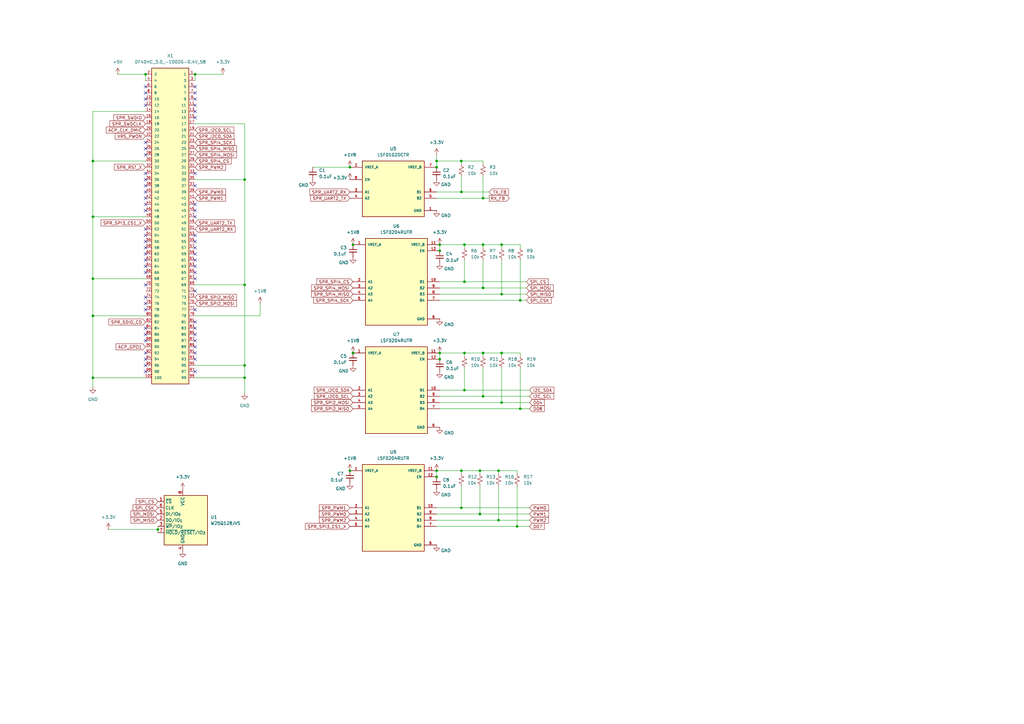
<source format=kicad_sch>
(kicad_sch (version 20250114) (generator "eeschema") (generator_version "9.0")
  (paper "A3")
  (lib_symbols
    (symbol "DF40HC_3.0_-100DS-0.4V_58:DF40HC_3.0_-100DS-0.4V_58" (pin_names (offset 1.016))
      (property "Reference" "X" (at -7.6228 63.523 0))
      (property "Value" "DF40HC_3.0_-100DS-0.4V_58" (at -7.6316 -68.6844 0))
      (symbol "DF40HC_3.0_-100DS-0.4V_58_0_0"
        (rectangle (start -7.62 -66.04) (end 7.62 63.5) (stroke (width 0.254)) (fill (type background)))
        (pin passive line (at -10.16 60.96 0) (length 2.54) (name "1") (number "1"))
        (pin passive line (at -10.16 58.42 0) (length 2.54) (name "3") (number "3"))
        (pin passive line (at -10.16 55.88 0) (length 2.54) (name "5") (number "5"))
        (pin passive line (at -10.16 53.34 0) (length 2.54) (name "7") (number "7"))
        (pin passive line (at -10.16 50.8 0) (length 2.54) (name "9") (number "9"))
        (pin passive line (at -10.16 48.26 0) (length 2.54) (name "11") (number "11"))
        (pin passive line (at -10.16 45.72 0) (length 2.54) (name "13") (number "13"))
        (pin passive line (at -10.16 43.18 0) (length 2.54) (name "15") (number "15"))
        (pin passive line (at -10.16 40.64 0) (length 2.54) (name "17") (number "17"))
        (pin passive line (at -10.16 38.1 0) (length 2.54) (name "19") (number "19"))
        (pin passive line (at -10.16 35.56 0) (length 2.54) (name "21") (number "21"))
        (pin passive line (at -10.16 33.02 0) (length 2.54) (name "23") (number "23"))
        (pin passive line (at -10.16 30.48 0) (length 2.54) (name "25") (number "25"))
        (pin passive line (at -10.16 27.94 0) (length 2.54) (name "27") (number "27"))
        (pin passive line (at -10.16 25.4 0) (length 2.54) (name "29") (number "29"))
        (pin passive line (at -10.16 22.86 0) (length 2.54) (name "31") (number "31"))
        (pin passive line (at -10.16 20.32 0) (length 2.54) (name "33") (number "33"))
        (pin passive line (at -10.16 17.78 0) (length 2.54) (name "35") (number "35"))
        (pin passive line (at -10.16 15.24 0) (length 2.54) (name "37") (number "37"))
        (pin passive line (at -10.16 12.7 0) (length 2.54) (name "39") (number "39"))
        (pin passive line (at -10.16 10.16 0) (length 2.54) (name "41") (number "41"))
        (pin passive line (at -10.16 7.62 0) (length 2.54) (name "43") (number "43"))
        (pin passive line (at -10.16 5.08 0) (length 2.54) (name "45") (number "45"))
        (pin passive line (at -10.16 2.54 0) (length 2.54) (name "47") (number "47"))
        (pin passive line (at -10.16 0 0) (length 2.54) (name "49") (number "49"))
        (pin passive line (at -10.16 -2.54 0) (length 2.54) (name "51") (number "51"))
        (pin passive line (at -10.16 -5.08 0) (length 2.54) (name "53") (number "53"))
        (pin passive line (at -10.16 -7.62 0) (length 2.54) (name "55") (number "55"))
        (pin passive line (at -10.16 -10.16 0) (length 2.54) (name "57") (number "57"))
        (pin passive line (at -10.16 -12.7 0) (length 2.54) (name "59") (number "59"))
        (pin passive line (at -10.16 -15.24 0) (length 2.54) (name "61") (number "61"))
        (pin passive line (at -10.16 -17.78 0) (length 2.54) (name "63") (number "63"))
        (pin passive line (at -10.16 -20.32 0) (length 2.54) (name "65") (number "65"))
        (pin passive line (at -10.16 -22.86 0) (length 2.54) (name "67") (number "67"))
        (pin passive line (at -10.16 -25.4 0) (length 2.54) (name "69") (number "69"))
        (pin passive line (at -10.16 -27.94 0) (length 2.54) (name "71") (number "71"))
        (pin passive line (at -10.16 -30.48 0) (length 2.54) (name "73") (number "73"))
        (pin passive line (at -10.16 -33.02 0) (length 2.54) (name "75") (number "75"))
        (pin passive line (at -10.16 -35.56 0) (length 2.54) (name "77") (number "77"))
        (pin passive line (at -10.16 -38.1 0) (length 2.54) (name "79") (number "79"))
        (pin passive line (at -10.16 -40.64 0) (length 2.54) (name "81") (number "81"))
        (pin passive line (at -10.16 -43.18 0) (length 2.54) (name "83") (number "83"))
        (pin passive line (at -10.16 -45.72 0) (length 2.54) (name "85") (number "85"))
        (pin passive line (at -10.16 -48.26 0) (length 2.54) (name "87") (number "87"))
        (pin passive line (at -10.16 -50.8 0) (length 2.54) (name "89") (number "89"))
        (pin passive line (at -10.16 -53.34 0) (length 2.54) (name "91") (number "91"))
        (pin passive line (at -10.16 -55.88 0) (length 2.54) (name "93") (number "93"))
        (pin passive line (at -10.16 -58.42 0) (length 2.54) (name "95") (number "95"))
        (pin passive line (at -10.16 -60.96 0) (length 2.54) (name "97") (number "97"))
        (pin passive line (at -10.16 -63.5 0) (length 2.54) (name "99") (number "99"))
        (pin passive line (at 10.16 60.96 180) (length 2.54) (name "2") (number "2"))
        (pin passive line (at 10.16 58.42 180) (length 2.54) (name "4") (number "4"))
        (pin passive line (at 10.16 55.88 180) (length 2.54) (name "6") (number "6"))
        (pin passive line (at 10.16 53.34 180) (length 2.54) (name "8") (number "8"))
        (pin passive line (at 10.16 50.8 180) (length 2.54) (name "10") (number "10"))
        (pin passive line (at 10.16 48.26 180) (length 2.54) (name "12") (number "12"))
        (pin passive line (at 10.16 45.72 180) (length 2.54) (name "14") (number "14"))
        (pin passive line (at 10.16 43.18 180) (length 2.54) (name "16") (number "16"))
        (pin passive line (at 10.16 40.64 180) (length 2.54) (name "18") (number "18"))
        (pin passive line (at 10.16 38.1 180) (length 2.54) (name "20") (number "20"))
        (pin passive line (at 10.16 35.56 180) (length 2.54) (name "22") (number "22"))
        (pin passive line (at 10.16 33.02 180) (length 2.54) (name "24") (number "24"))
        (pin passive line (at 10.16 30.48 180) (length 2.54) (name "26") (number "26"))
        (pin passive line (at 10.16 27.94 180) (length 2.54) (name "28") (number "28"))
        (pin passive line (at 10.16 25.4 180) (length 2.54) (name "30") (number "30"))
        (pin passive line (at 10.16 22.86 180) (length 2.54) (name "32") (number "32"))
        (pin passive line (at 10.16 20.32 180) (length 2.54) (name "34") (number "34"))
        (pin passive line (at 10.16 17.78 180) (length 2.54) (name "36") (number "36"))
        (pin passive line (at 10.16 15.24 180) (length 2.54) (name "38") (number "38"))
        (pin passive line (at 10.16 12.7 180) (length 2.54) (name "40") (number "40"))
        (pin passive line (at 10.16 10.16 180) (length 2.54) (name "42") (number "42"))
        (pin passive line (at 10.16 7.62 180) (length 2.54) (name "44") (number "44"))
        (pin passive line (at 10.16 5.08 180) (length 2.54) (name "46") (number "46"))
        (pin passive line (at 10.16 2.54 180) (length 2.54) (name "48") (number "48"))
        (pin passive line (at 10.16 0 180) (length 2.54) (name "50") (number "50"))
        (pin passive line (at 10.16 -2.54 180) (length 2.54) (name "52") (number "52"))
        (pin passive line (at 10.16 -5.08 180) (length 2.54) (name "54") (number "54"))
        (pin passive line (at 10.16 -7.62 180) (length 2.54) (name "56") (number "56"))
        (pin passive line (at 10.16 -10.16 180) (length 2.54) (name "58") (number "58"))
        (pin passive line (at 10.16 -12.7 180) (length 2.54) (name "60") (number "60"))
        (pin passive line (at 10.16 -15.24 180) (length 2.54) (name "62") (number "62"))
        (pin passive line (at 10.16 -17.78 180) (length 2.54) (name "64") (number "64"))
        (pin passive line (at 10.16 -20.32 180) (length 2.54) (name "66") (number "66"))
        (pin passive line (at 10.16 -22.86 180) (length 2.54) (name "68") (number "68"))
        (pin passive line (at 10.16 -25.4 180) (length 2.54) (name "70") (number "70"))
        (pin passive line (at 10.16 -27.94 180) (length 2.54) (name "72") (number "72"))
        (pin passive line (at 10.16 -30.48 180) (length 2.54) (name "74") (number "74"))
        (pin passive line (at 10.16 -33.02 180) (length 2.54) (name "76") (number "76"))
        (pin passive line (at 10.16 -35.56 180) (length 2.54) (name "78") (number "78"))
        (pin passive line (at 10.16 -38.1 180) (length 2.54) (name "80") (number "80"))
        (pin passive line (at 10.16 -40.64 180) (length 2.54) (name "82") (number "82"))
        (pin passive line (at 10.16 -43.18 180) (length 2.54) (name "84") (number "84"))
        (pin passive line (at 10.16 -45.72 180) (length 2.54) (name "86") (number "86"))
        (pin passive line (at 10.16 -48.26 180) (length 2.54) (name "88") (number "88"))
        (pin passive line (at 10.16 -50.8 180) (length 2.54) (name "90") (number "90"))
        (pin passive line (at 10.16 -53.34 180) (length 2.54) (name "92") (number "92"))
        (pin passive line (at 10.16 -55.88 180) (length 2.54) (name "94") (number "94"))
        (pin passive line (at 10.16 -58.42 180) (length 2.54) (name "96") (number "96"))
        (pin passive line (at 10.16 -60.96 180) (length 2.54) (name "98") (number "98"))
        (pin passive line (at 10.16 -63.5 180) (length 2.54) (name "100") (number "100"))
      )
    )
    (symbol "Device:C_Small" (pin_numbers (hide yes)) (pin_names (offset 0.254) (hide yes))
      (property "Reference" "C" (at 0.254 1.778 0))
      (property "Value" "C_Small" (at 0.254 -2.032 0))
      (symbol "C_Small_0_1"
        (polyline (pts (xy -1.524 0.508) (xy 1.524 0.508)) (stroke (width 0.3048)))
        (polyline (pts (xy -1.524 -0.508) (xy 1.524 -0.508)) (stroke (width 0.3302)))
      )
      (symbol "C_Small_1_1"
        (pin passive line (at 0 2.54 270) (length 2.032) (name "~") (number "1"))
        (pin passive line (at 0 -2.54 90) (length 2.032) (name "~") (number "2"))
      )
    )
    (symbol "Device:R_Small_US" (pin_numbers (hide yes)) (pin_names (offset 0.254) (hide yes))
      (property "Reference" "R" (at 0.762 0.508 0))
      (property "Value" "R_Small_US" (at 0.762 -1.016 0))
      (symbol "R_Small_US_1_1"
        (polyline (pts (xy 0 1.524) (xy 1.016 1.143) (xy 0 0.762) (xy -1.016 0.381) (xy 0 0)))
        (polyline (pts (xy 0 0) (xy 1.016 -0.381) (xy 0 -0.762) (xy -1.016 -1.143) (xy 0 -1.524)))
        (pin passive line (at 0 2.54 270) (length 1.016) (name "~") (number "1"))
        (pin passive line (at 0 -2.54 90) (length 1.016) (name "~") (number "2"))
      )
    )
    (symbol "LSF0102DCTR:LSF0102DCTR" (pin_names (offset 1.016))
      (property "Reference" "U" (at -12.7 13.97 0))
      (property "Value" "LSF0102DCTR" (at -12.7 -11.43 0))
      (symbol "LSF0102DCTR_0_0"
        (rectangle (start -12.7 -10.16) (end 12.7 12.7) (stroke (width 0.254)) (fill (type background)))
        (pin power_in line (at -17.78 10.16 0) (length 5.08) (name "VREF_A") (number "2"))
        (pin input line (at -17.78 5.08 0) (length 5.08) (name "EN") (number "8"))
        (pin bidirectional line (at -17.78 0 0) (length 5.08) (name "A1") (number "3"))
        (pin bidirectional line (at -17.78 -2.54 0) (length 5.08) (name "A2") (number "4"))
        (pin power_in line (at 17.78 10.16 180) (length 5.08) (name "VREF_B") (number "7"))
        (pin bidirectional line (at 17.78 0 180) (length 5.08) (name "B1") (number "6"))
        (pin bidirectional line (at 17.78 -2.54 180) (length 5.08) (name "B2") (number "5"))
        (pin power_in line (at 17.78 -7.62 180) (length 5.08) (name "GND") (number "1"))
      )
    )
    (symbol "LSF0204RUTR:LSF0204RUTR" (pin_names (offset 1.016))
      (property "Reference" "U" (at -12.7 18.542 0))
      (property "Value" "LSF0204RUTR" (at -12.7 -20.32 0))
      (symbol "LSF0204RUTR_0_0"
        (rectangle (start -12.7 -17.78) (end 12.7 17.78) (stroke (width 0.254)) (fill (type background)))
        (pin power_in line (at -17.78 15.24 0) (length 5.08) (name "VREF_A") (number "1"))
        (pin bidirectional line (at -17.78 0 0) (length 5.08) (name "A1") (number "2"))
        (pin bidirectional line (at -17.78 -2.54 0) (length 5.08) (name "A2") (number "3"))
        (pin bidirectional line (at -17.78 -5.08 0) (length 5.08) (name "A3") (number "4"))
        (pin bidirectional line (at -17.78 -7.62 0) (length 5.08) (name "A4") (number "5"))
        (pin power_in line (at 17.78 15.24 180) (length 5.08) (name "VREF_B") (number "11"))
        (pin input line (at 17.78 12.7 180) (length 5.08) (name "EN") (number "12"))
        (pin bidirectional line (at 17.78 0 180) (length 5.08) (name "B1") (number "10"))
        (pin bidirectional line (at 17.78 -2.54 180) (length 5.08) (name "B2") (number "9"))
        (pin bidirectional line (at 17.78 -5.08 180) (length 5.08) (name "B3") (number "8"))
        (pin bidirectional line (at 17.78 -7.62 180) (length 5.08) (name "B4") (number "7"))
        (pin power_in line (at 17.78 -15.24 180) (length 5.08) (name "GND") (number "6"))
      )
    )
    (symbol "Memory_Flash:W25Q128JVS"
      (property "Reference" "U" (at -6.35 11.43 0))
      (property "Value" "W25Q128JVS" (at 7.62 11.43 0))
      (symbol "W25Q128JVS_0_1"
        (rectangle (start -7.62 10.16) (end 10.16 -10.16) (stroke (width 0.254)) (fill (type background)))
      )
      (symbol "W25Q128JVS_1_1"
        (pin input line (at -10.16 7.62 0) (length 2.54) (name "~{CS}") (number "1"))
        (pin input line (at -10.16 5.08 0) (length 2.54) (name "CLK") (number "6"))
        (pin bidirectional line (at -10.16 2.54 0) (length 2.54) (name "DI/IO_{0}") (number "5"))
        (pin bidirectional line (at -10.16 0 0) (length 2.54) (name "DO/IO_{1}") (number "2"))
        (pin bidirectional line (at -10.16 -2.54 0) (length 2.54) (name "~{WP}/IO_{2}") (number "3"))
        (pin bidirectional line (at -10.16 -5.08 0) (length 2.54) (name "~{HOLD}/~{RESET}/IO_{3}") (number "7"))
        (pin power_in line (at 0 12.7 270) (length 2.54) (name "VCC") (number "8"))
        (pin power_in line (at 0 -12.7 90) (length 2.54) (name "GND") (number "4"))
      )
    )
    (symbol "power:+1V8" (power) (pin_numbers (hide yes)) (pin_names (offset 0) (hide yes))
      (property "Value" "+1V8" (at 0 3.556 0))
      (symbol "+1V8_0_1"
        (polyline (pts (xy -0.762 1.27) (xy 0 2.54)))
        (polyline (pts (xy 0 2.54) (xy 0.762 1.27)))
        (polyline (pts (xy 0 0) (xy 0 2.54)))
      )
      (symbol "+1V8_1_1"
        (pin power_in line (at 0 0 90) (length 0) (name "~") (number "1"))
      )
    )
    (symbol "power:+3.3V" (power) (pin_numbers (hide yes)) (pin_names (offset 0) (hide yes))
      (property "Value" "+3.3V" (at 0 3.556 0))
      (symbol "+3.3V_0_1"
        (polyline (pts (xy -0.762 1.27) (xy 0 2.54)))
        (polyline (pts (xy 0 2.54) (xy 0.762 1.27)))
        (polyline (pts (xy 0 0) (xy 0 2.54)))
      )
      (symbol "+3.3V_1_1"
        (pin power_in line (at 0 0 90) (length 0) (name "~") (number "1"))
      )
    )
    (symbol "power:+5V" (power) (pin_numbers (hide yes)) (pin_names (offset 0) (hide yes))
      (property "Value" "+5V" (at 0 3.556 0))
      (symbol "+5V_0_1"
        (polyline (pts (xy -0.762 1.27) (xy 0 2.54)))
        (polyline (pts (xy 0 2.54) (xy 0.762 1.27)))
        (polyline (pts (xy 0 0) (xy 0 2.54)))
      )
      (symbol "+5V_1_1"
        (pin power_in line (at 0 0 90) (length 0) (name "~") (number "1"))
      )
    )
    (symbol "power:GND" (power) (pin_numbers (hide yes)) (pin_names (offset 0) (hide yes))
      (property "Value" "GND" (at 0 -3.81 0))
      (symbol "GND_0_1"
        (polyline (pts (xy 0 0) (xy 0 -1.27) (xy 1.27 -1.27) (xy 0 -2.54) (xy -1.27 -1.27) (xy 0 -1.27)))
      )
      (symbol "GND_1_1"
        (pin power_in line (at 0 0 270) (length 0) (name "~") (number "1"))
      )
    )
  )
  (junction (at 196.85 210.82))
  (junction (at 180.34 147.32))
  (junction (at 190.5 144.78))
  (junction (at 144.78 144.78))
  (junction (at 179.07 195.58))
  (junction (at 198.12 100.33))
  (junction (at 190.5 100.33))
  (junction (at 189.23 66.04))
  (junction (at 204.47 213.36))
  (junction (at 64.77 217.17))
  (junction (at 143.51 68.58))
  (junction (at 38.1 129.54))
  (junction (at 212.09 215.9))
  (junction (at 190.5 160.02))
  (junction (at 198.12 81.28))
  (junction (at 198.12 144.78))
  (junction (at 189.23 193.04))
  (junction (at 100.33 73.66))
  (junction (at 38.1 114.3))
  (junction (at 213.36 167.64))
  (junction (at 180.34 100.33))
  (junction (at 179.07 193.04))
  (junction (at 213.36 123.19))
  (junction (at 205.74 144.78))
  (junction (at 143.51 193.04))
  (junction (at 179.07 68.58))
  (junction (at 198.12 162.56))
  (junction (at 179.07 66.04))
  (junction (at 196.85 193.04))
  (junction (at 38.1 66.04))
  (junction (at 100.33 116.84))
  (junction (at 204.47 193.04))
  (junction (at 59.69 30.48))
  (junction (at 198.12 118.11))
  (junction (at 100.33 154.94))
  (junction (at 205.74 165.1))
  (junction (at 38.1 88.9))
  (junction (at 80.01 30.48))
  (junction (at 180.34 144.78))
  (junction (at 190.5 115.57))
  (junction (at 100.33 149.86))
  (junction (at 205.74 100.33))
  (junction (at 144.78 100.33))
  (junction (at 180.34 102.87))
  (junction (at 205.74 120.65))
  (junction (at 189.23 208.28))
  (junction (at 189.23 78.74))
  (junction (at 38.1 154.94))
  (no_connect (at 59.69 40.64))
  (no_connect (at 80.01 142.24))
  (no_connect (at 59.69 81.28))
  (no_connect (at 59.69 149.86))
  (no_connect (at 59.69 144.78))
  (no_connect (at 59.69 101.6))
  (no_connect (at 59.69 83.82))
  (no_connect (at 59.69 134.62))
  (no_connect (at 80.01 88.9))
  (no_connect (at 80.01 45.72))
  (no_connect (at 59.69 124.46))
  (no_connect (at 80.01 152.4))
  (no_connect (at 59.69 78.74))
  (no_connect (at 59.69 63.5))
  (no_connect (at 59.69 99.06))
  (no_connect (at 59.69 76.2))
  (no_connect (at 80.01 86.36))
  (no_connect (at 59.69 96.52))
  (no_connect (at 80.01 35.56))
  (no_connect (at 80.01 137.16))
  (no_connect (at 59.69 104.14))
  (no_connect (at 59.69 116.84))
  (no_connect (at 80.01 99.06))
  (no_connect (at 80.01 71.12))
  (no_connect (at 80.01 139.7))
  (no_connect (at 80.01 101.6))
  (no_connect (at 80.01 109.22))
  (no_connect (at 59.69 109.22))
  (no_connect (at 80.01 96.52))
  (no_connect (at 80.01 40.64))
  (no_connect (at 80.01 83.82))
  (no_connect (at 59.69 93.98))
  (no_connect (at 80.01 106.68))
  (no_connect (at 80.01 132.08))
  (no_connect (at 80.01 134.62))
  (no_connect (at 59.69 139.7))
  (no_connect (at 59.69 111.76))
  (no_connect (at 80.01 127))
  (no_connect (at 59.69 147.32))
  (no_connect (at 59.69 106.68))
  (no_connect (at 59.69 58.42))
  (no_connect (at 80.01 144.78))
  (no_connect (at 80.01 111.76))
  (no_connect (at 59.69 73.66))
  (no_connect (at 59.69 137.16))
  (no_connect (at 59.69 60.96))
  (no_connect (at 59.69 71.12))
  (no_connect (at 80.01 43.18))
  (no_connect (at 80.01 114.3))
  (no_connect (at 59.69 121.92))
  (no_connect (at 80.01 147.32))
  (no_connect (at 59.69 43.18))
  (no_connect (at 80.01 48.26))
  (no_connect (at 80.01 38.1))
  (no_connect (at 80.01 76.2))
  (no_connect (at 80.01 119.38))
  (no_connect (at 59.69 152.4))
  (no_connect (at 80.01 104.14))
  (no_connect (at 59.69 35.56))
  (no_connect (at 59.69 127))
  (no_connect (at 59.69 86.36))
  (no_connect (at 59.69 38.1))
  (wire (pts (xy 38.1 114.3) (xy 59.69 114.3)))
  (wire (pts (xy 204.47 194.31) (xy 204.47 193.04)))
  (wire (pts (xy 180.34 167.64) (xy 213.36 167.64)))
  (wire (pts (xy 215.9 118.11) (xy 198.12 118.11)))
  (wire (pts (xy 100.33 161.29) (xy 100.33 154.94)))
  (wire (pts (xy 198.12 72.39) (xy 198.12 81.28)))
  (wire (pts (xy 189.23 78.74) (xy 200.66 78.74)))
  (wire (pts (xy 200.66 81.28) (xy 198.12 81.28)))
  (wire (pts (xy 198.12 81.28) (xy 179.07 81.28)))
  (wire (pts (xy 213.36 167.64) (xy 217.17 167.64)))
  (wire (pts (xy 213.36 144.78) (xy 213.36 146.05)))
  (wire (pts (xy 180.34 165.1) (xy 205.74 165.1)))
  (wire (pts (xy 106.68 124.46) (xy 106.68 129.54)))
  (wire (pts (xy 215.9 115.57) (xy 190.5 115.57)))
  (wire (pts (xy 213.36 151.13) (xy 213.36 167.64)))
  (wire (pts (xy 198.12 144.78) (xy 205.74 144.78)))
  (wire (pts (xy 198.12 151.13) (xy 198.12 162.56)))
  (wire (pts (xy 189.23 66.04) (xy 198.12 66.04)))
  (wire (pts (xy 179.07 193.04) (xy 179.07 195.58)))
  (wire (pts (xy 179.07 63.5) (xy 179.07 66.04)))
  (wire (pts (xy 80.01 73.66) (xy 100.33 73.66)))
  (wire (pts (xy 196.85 193.04) (xy 196.85 194.31)))
  (wire (pts (xy 205.74 144.78) (xy 205.74 146.05)))
  (wire (pts (xy 217.17 160.02) (xy 190.5 160.02)))
  (wire (pts (xy 190.5 151.13) (xy 190.5 160.02)))
  (wire (pts (xy 180.34 100.33) (xy 180.34 102.87)))
  (wire (pts (xy 198.12 144.78) (xy 198.12 146.05)))
  (wire (pts (xy 180.34 144.78) (xy 180.34 147.32)))
  (wire (pts (xy 204.47 213.36) (xy 217.17 213.36)))
  (wire (pts (xy 38.1 129.54) (xy 59.69 129.54)))
  (wire (pts (xy 198.12 100.33) (xy 198.12 101.6)))
  (wire (pts (xy 179.07 66.04) (xy 179.07 68.58)))
  (wire (pts (xy 196.85 210.82) (xy 179.07 210.82)))
  (wire (pts (xy 189.23 78.74) (xy 179.07 78.74)))
  (wire (pts (xy 38.1 158.75) (xy 38.1 154.94)))
  (wire (pts (xy 100.33 50.8) (xy 80.01 50.8)))
  (wire (pts (xy 48.26 30.48) (xy 59.69 30.48)))
  (wire (pts (xy 190.5 144.78) (xy 190.5 146.05)))
  (wire (pts (xy 205.74 106.68) (xy 205.74 120.65)))
  (wire (pts (xy 189.23 208.28) (xy 179.07 208.28)))
  (wire (pts (xy 212.09 215.9) (xy 217.17 215.9)))
  (wire (pts (xy 38.1 88.9) (xy 59.69 88.9)))
  (wire (pts (xy 213.36 106.68) (xy 213.36 123.19)))
  (wire (pts (xy 212.09 199.39) (xy 212.09 215.9)))
  (wire (pts (xy 38.1 45.72) (xy 59.69 45.72)))
  (wire (pts (xy 179.07 215.9) (xy 212.09 215.9)))
  (wire (pts (xy 38.1 154.94) (xy 59.69 154.94)))
  (wire (pts (xy 189.23 66.04) (xy 189.23 67.31)))
  (wire (pts (xy 100.33 73.66) (xy 100.33 50.8)))
  (wire (pts (xy 64.77 217.17) (xy 64.77 215.9)))
  (wire (pts (xy 38.1 66.04) (xy 59.69 66.04)))
  (wire (pts (xy 204.47 193.04) (xy 212.09 193.04)))
  (wire (pts (xy 217.17 162.56) (xy 198.12 162.56)))
  (wire (pts (xy 205.74 100.33) (xy 213.36 100.33)))
  (wire (pts (xy 196.85 210.82) (xy 217.17 210.82)))
  (wire (pts (xy 38.1 154.94) (xy 38.1 129.54)))
  (wire (pts (xy 190.5 106.68) (xy 190.5 115.57)))
  (wire (pts (xy 38.1 129.54) (xy 38.1 114.3)))
  (wire (pts (xy 180.34 100.33) (xy 190.5 100.33)))
  (wire (pts (xy 189.23 72.39) (xy 189.23 78.74)))
  (wire (pts (xy 189.23 208.28) (xy 217.17 208.28)))
  (wire (pts (xy 38.1 88.9) (xy 38.1 66.04)))
  (wire (pts (xy 44.45 217.17) (xy 64.77 217.17)))
  (wire (pts (xy 190.5 160.02) (xy 180.34 160.02)))
  (wire (pts (xy 190.5 100.33) (xy 198.12 100.33)))
  (wire (pts (xy 205.74 151.13) (xy 205.74 165.1)))
  (wire (pts (xy 64.77 217.17) (xy 64.77 218.44)))
  (wire (pts (xy 198.12 100.33) (xy 205.74 100.33)))
  (wire (pts (xy 80.01 129.54) (xy 106.68 129.54)))
  (wire (pts (xy 215.9 120.65) (xy 205.74 120.65)))
  (wire (pts (xy 80.01 149.86) (xy 100.33 149.86)))
  (wire (pts (xy 213.36 100.33) (xy 213.36 101.6)))
  (wire (pts (xy 179.07 66.04) (xy 189.23 66.04)))
  (wire (pts (xy 180.34 144.78) (xy 190.5 144.78)))
  (wire (pts (xy 189.23 193.04) (xy 196.85 193.04)))
  (wire (pts (xy 80.01 154.94) (xy 100.33 154.94)))
  (wire (pts (xy 100.33 149.86) (xy 100.33 116.84)))
  (wire (pts (xy 80.01 30.48) (xy 91.44 30.48)))
  (wire (pts (xy 198.12 66.04) (xy 198.12 67.31)))
  (wire (pts (xy 198.12 118.11) (xy 180.34 118.11)))
  (wire (pts (xy 100.33 154.94) (xy 100.33 149.86)))
  (wire (pts (xy 196.85 193.04) (xy 204.47 193.04)))
  (wire (pts (xy 189.23 193.04) (xy 189.23 194.31)))
  (wire (pts (xy 205.74 120.65) (xy 180.34 120.65)))
  (wire (pts (xy 213.36 123.19) (xy 180.34 123.19)))
  (wire (pts (xy 205.74 165.1) (xy 217.17 165.1)))
  (wire (pts (xy 80.01 30.48) (xy 80.01 33.02)))
  (wire (pts (xy 38.1 66.04) (xy 38.1 45.72)))
  (wire (pts (xy 205.74 144.78) (xy 213.36 144.78)))
  (wire (pts (xy 100.33 116.84) (xy 100.33 73.66)))
  (wire (pts (xy 179.07 193.04) (xy 189.23 193.04)))
  (wire (pts (xy 189.23 199.39) (xy 189.23 208.28)))
  (wire (pts (xy 59.69 30.48) (xy 59.69 33.02)))
  (wire (pts (xy 80.01 116.84) (xy 100.33 116.84)))
  (wire (pts (xy 190.5 144.78) (xy 198.12 144.78)))
  (wire (pts (xy 179.07 213.36) (xy 204.47 213.36)))
  (wire (pts (xy 190.5 115.57) (xy 180.34 115.57)))
  (wire (pts (xy 128.27 68.58) (xy 143.51 68.58)))
  (wire (pts (xy 212.09 193.04) (xy 212.09 194.31)))
  (wire (pts (xy 198.12 106.68) (xy 198.12 118.11)))
  (wire (pts (xy 205.74 100.33) (xy 205.74 101.6)))
  (wire (pts (xy 215.9 123.19) (xy 213.36 123.19)))
  (wire (pts (xy 204.47 199.39) (xy 204.47 213.36)))
  (wire (pts (xy 198.12 162.56) (xy 180.34 162.56)))
  (wire (pts (xy 196.85 199.39) (xy 196.85 210.82)))
  (wire (pts (xy 38.1 114.3) (xy 38.1 88.9)))
  (wire (pts (xy 190.5 100.33) (xy 190.5 101.6)))
  (global_label "SPR_I2C0_SDA" (shape input) (at 80.01 55.88 0) (property "Intersheetrefs" "${INTERSHEET_REFS}" (effects (hide yes))))
  (global_label "SPR_SPI2_MISO" (shape input) (at 80.01 121.92 0) (property "Intersheetrefs" "${INTERSHEET_REFS}" (effects (hide yes))))
  (global_label "SPI_CSK" (shape input) (at 215.9 123.19 0) (property "Intersheetrefs" "${INTERSHEET_REFS}" (effects (hide yes))))
  (global_label "SPR_UART2_TX" (shape input) (at 80.01 91.44 0) (property "Intersheetrefs" "${INTERSHEET_REFS}" (effects (hide yes))))
  (global_label "SPI_MISO" (shape input) (at 215.9 120.65 0) (property "Intersheetrefs" "${INTERSHEET_REFS}" (effects (hide yes))))
  (global_label "SPI_MISO" (shape input) (at 64.77 213.36 180) (property "Intersheetrefs" "${INTERSHEET_REFS}" (effects (hide yes))))
  (global_label "D04" (shape input) (at 217.17 165.1 0) (property "Intersheetrefs" "${INTERSHEET_REFS}" (effects (hide yes))))
  (global_label "SPR_SWDCLK" (shape input) (at 59.69 50.8 180) (property "Intersheetrefs" "${INTERSHEET_REFS}" (effects (hide yes))))
  (global_label "SPR_SPI2_MISO" (shape input) (at 144.78 167.64 180) (property "Intersheetrefs" "${INTERSHEET_REFS}" (effects (hide yes))))
  (global_label "SPI_CS" (shape input) (at 64.77 205.74 180) (property "Intersheetrefs" "${INTERSHEET_REFS}" (effects (hide yes))))
  (global_label "SPR_SPI4_MOSI" (shape input) (at 144.78 118.11 180) (property "Intersheetrefs" "${INTERSHEET_REFS}" (effects (hide yes))))
  (global_label "RX_FB" (shape output) (at 200.66 81.28 0) (property "Intersheetrefs" "${INTERSHEET_REFS}" (effects (hide yes))))
  (global_label "SPR_SPI2_MOSI" (shape input) (at 80.01 124.46 0) (property "Intersheetrefs" "${INTERSHEET_REFS}" (effects (hide yes))))
  (global_label "SPI_CS" (shape input) (at 215.9 115.57 0) (property "Intersheetrefs" "${INTERSHEET_REFS}" (effects (hide yes))))
  (global_label "SPR_I2C0_SDA" (shape input) (at 144.78 160.02 180) (property "Intersheetrefs" "${INTERSHEET_REFS}" (effects (hide yes))))
  (global_label "SPR_SDIO_CD" (shape input) (at 59.69 132.08 180) (property "Intersheetrefs" "${INTERSHEET_REFS}" (effects (hide yes))))
  (global_label "I2C_SCL" (shape input) (at 217.17 162.56 0) (property "Intersheetrefs" "${INTERSHEET_REFS}" (effects (hide yes))))
  (global_label "D07" (shape input) (at 217.17 215.9 0) (property "Intersheetrefs" "${INTERSHEET_REFS}" (effects (hide yes))))
  (global_label "ACP_GPO1" (shape input) (at 59.69 142.24 180) (property "Intersheetrefs" "${INTERSHEET_REFS}" (effects (hide yes))))
  (global_label "SPR_SPI4_MOSI" (shape input) (at 80.01 63.5 0) (property "Intersheetrefs" "${INTERSHEET_REFS}" (effects (hide yes))))
  (global_label "SPR_SPI3_CS1_X" (shape input) (at 59.69 91.44 180) (property "Intersheetrefs" "${INTERSHEET_REFS}" (effects (hide yes))))
  (global_label "SPI_CSK" (shape input) (at 64.77 208.28 180) (property "Intersheetrefs" "${INTERSHEET_REFS}" (effects (hide yes))))
  (global_label "SPR_UART2_TX" (shape input) (at 143.51 81.28 180) (property "Intersheetrefs" "${INTERSHEET_REFS}" (effects (hide yes))))
  (global_label "SPI_MOSI" (shape input) (at 64.77 210.82 180) (property "Intersheetrefs" "${INTERSHEET_REFS}" (effects (hide yes))))
  (global_label "SPR_PWM1" (shape input) (at 80.01 81.28 0) (property "Intersheetrefs" "${INTERSHEET_REFS}" (effects (hide yes))))
  (global_label "SPR_I2C0_SCL" (shape input) (at 80.01 53.34 0) (property "Intersheetrefs" "${INTERSHEET_REFS}" (effects (hide yes))))
  (global_label "PWM2" (shape input) (at 217.17 213.36 0) (property "Intersheetrefs" "${INTERSHEET_REFS}" (effects (hide yes))))
  (global_label "PWM1" (shape input) (at 217.17 210.82 0) (property "Intersheetrefs" "${INTERSHEET_REFS}" (effects (hide yes))))
  (global_label "SPR_SPI3_CS1_X" (shape input) (at 143.51 215.9 180) (property "Intersheetrefs" "${INTERSHEET_REFS}" (effects (hide yes))))
  (global_label "SPR_SPI4_CS" (shape input) (at 144.78 115.57 180) (property "Intersheetrefs" "${INTERSHEET_REFS}" (effects (hide yes))))
  (global_label "SPR_SWDIO" (shape input) (at 59.69 48.26 180) (property "Intersheetrefs" "${INTERSHEET_REFS}" (effects (hide yes))))
  (global_label "SPR_UART2_RX" (shape input) (at 80.01 93.98 0) (property "Intersheetrefs" "${INTERSHEET_REFS}" (effects (hide yes))))
  (global_label "XRS_PWON" (shape input) (at 59.69 55.88 180) (property "Intersheetrefs" "${INTERSHEET_REFS}" (effects (hide yes))))
  (global_label "SPR_SPI4_MISO" (shape input) (at 144.78 120.65 180) (property "Intersheetrefs" "${INTERSHEET_REFS}" (effects (hide yes))))
  (global_label "SPR_SPI4_SCK" (shape input) (at 80.01 58.42 0) (property "Intersheetrefs" "${INTERSHEET_REFS}" (effects (hide yes))))
  (global_label "SPI_MOSI" (shape input) (at 215.9 118.11 0) (property "Intersheetrefs" "${INTERSHEET_REFS}" (effects (hide yes))))
  (global_label "SPR_SPI4_MISO" (shape input) (at 80.01 60.96 0) (property "Intersheetrefs" "${INTERSHEET_REFS}" (effects (hide yes))))
  (global_label "SPR_RST_X" (shape input) (at 59.69 68.58 180) (property "Intersheetrefs" "${INTERSHEET_REFS}" (effects (hide yes))))
  (global_label "SPR_SPI2_MOSI" (shape input) (at 144.78 165.1 180) (property "Intersheetrefs" "${INTERSHEET_REFS}" (effects (hide yes))))
  (global_label "SPR_PWM0" (shape input) (at 80.01 78.74 0) (property "Intersheetrefs" "${INTERSHEET_REFS}" (effects (hide yes))))
  (global_label "SPR_SPI4_SCK" (shape input) (at 144.78 123.19 180) (property "Intersheetrefs" "${INTERSHEET_REFS}" (effects (hide yes))))
  (global_label "SPR_PWM0" (shape input) (at 143.51 210.82 180) (property "Intersheetrefs" "${INTERSHEET_REFS}" (effects (hide yes))))
  (global_label "D08" (shape input) (at 217.17 167.64 0) (property "Intersheetrefs" "${INTERSHEET_REFS}" (effects (hide yes))))
  (global_label "SPR_SPI4_CS" (shape input) (at 80.01 66.04 0) (property "Intersheetrefs" "${INTERSHEET_REFS}" (effects (hide yes))))
  (global_label "ACP_CLK_DMIC" (shape input) (at 59.69 53.34 180) (property "Intersheetrefs" "${INTERSHEET_REFS}" (effects (hide yes))))
  (global_label "PWM0" (shape input) (at 217.17 208.28 0) (property "Intersheetrefs" "${INTERSHEET_REFS}" (effects (hide yes))))
  (global_label "SPR_I2C0_SCL" (shape input) (at 144.78 162.56 180) (property "Intersheetrefs" "${INTERSHEET_REFS}" (effects (hide yes))))
  (global_label "I2C_SDA" (shape input) (at 217.17 160.02 0) (property "Intersheetrefs" "${INTERSHEET_REFS}" (effects (hide yes))))
  (global_label "SPR_PWM2" (shape input) (at 80.01 68.58 0) (property "Intersheetrefs" "${INTERSHEET_REFS}" (effects (hide yes))))
  (global_label "SPR_PWM2" (shape input) (at 143.51 213.36 180) (property "Intersheetrefs" "${INTERSHEET_REFS}" (effects (hide yes))))
  (global_label "TX_FB" (shape input) (at 200.66 78.74 0) (property "Intersheetrefs" "${INTERSHEET_REFS}" (effects (hide yes))))
  (global_label "SPR_PWM1" (shape input) (at 143.51 208.28 180) (property "Intersheetrefs" "${INTERSHEET_REFS}" (effects (hide yes))))
  (global_label "SPR_UART2_RX" (shape input) (at 143.51 78.74 180) (property "Intersheetrefs" "${INTERSHEET_REFS}" (effects (hide yes))))
  (symbol (lib_id "Device:R_Small_US") (at 205.74 104.14 0) (unit 1)
    (property "Reference" "R8" (at 208.28 102.8699 0) (effects (justify left)))
    (property "Value" "10k" (at 208.28 105.4099 0) (effects (justify left)))
    (property "Footprint" "Resistor_SMD:R_0402_1005Metric" (effects (hide yes)))
    (property "Description" "Resistor, small US symbol" (effects (hide yes)))
  )
  (symbol (lib_id "Device:R_Small_US") (at 196.85 196.85 0) (unit 1)
    (property "Reference" "R13" (at 199.39 195.5799 0) (effects (justify left)))
    (property "Value" "10k" (at 199.39 198.1199 0) (effects (justify left)))
    (property "Footprint" "Resistor_SMD:R_0402_1005Metric" (effects (hide yes)))
    (property "Description" "Resistor, small US symbol" (effects (hide yes)))
  )
  (symbol (lib_id "Memory_Flash:W25Q128JVS") (at 74.93 213.36 0) (unit 1)
    (property "Reference" "U1" (at 86.36 212.0899 0) (effects (justify left)))
    (property "Value" "W25Q128JVS" (at 86.36 214.6299 0) (effects (justify left)))
    (property "Footprint" "Package_SO:SOIC-8_5.3x5.3mm_P1.27mm" (effects (hide yes)))
    (property "Datasheet" "https://www.winbond.com/resource-files/w25q128jv_dtr%20revc%2003272018%20plus.pdf" (effects (hide yes)))
    (property "Description" "128Mbit / 16MiB Serial Flash Memory, Standard/Dual/Quad SPI, 2.7-3.6V, SOIC-8" (effects (hide yes)))
  )
  (symbol (lib_id "power:GND") (at 180.34 107.95 0) (mirror y) (unit 1)
    (property "Reference" "#PWR014" (effects (hide yes)))
    (property "Value" "GND" (at 184.15 110.236 0))
    (property "Description" "Power symbol creates a global label with name \"GND\" , ground" (effects (hide yes)))
  )
  (symbol (lib_id "Device:C_Small") (at 143.51 195.58 0) (mirror y) (unit 1)
    (property "Reference" "C7" (at 140.97 194.3162 0) (effects (justify left)))
    (property "Value" "0.1uF" (at 140.97 196.8562 0) (effects (justify left)))
    (property "Footprint" "Capacitor_SMD:C_0402_1005Metric" (effects (hide yes)))
    (property "Description" "Unpolarized capacitor, small symbol" (effects (hide yes)))
  )
  (symbol (lib_id "power:GND") (at 38.1 158.75 0) (unit 1)
    (property "Reference" "#PWR03" (effects (hide yes)))
    (property "Value" "GND" (at 38.1 163.83 0))
    (property "Description" "Power symbol creates a global label with name \"GND\" , ground" (effects (hide yes)))
  )
  (symbol (lib_id "power:+3.3V") (at 179.07 63.5 0) (unit 1)
    (property "Reference" "#PWR010" (effects (hide yes)))
    (property "Value" "+3.3V" (at 179.07 58.42 0))
    (property "Description" "Power symbol creates a global label with name \"+3.3V\"" (effects (hide yes)))
  )
  (symbol (lib_id "power:+1V8") (at 143.51 193.04 0) (unit 1)
    (property "Reference" "#PWR023" (effects (hide yes)))
    (property "Value" "+1V8" (at 143.51 187.96 0))
    (property "Description" "Power symbol creates a global label with name \"+1V8\"" (effects (hide yes)))
  )
  (symbol (lib_id "power:+5V") (at 48.26 30.48 0) (unit 1)
    (property "Reference" "#PWR01" (effects (hide yes)))
    (property "Value" "+5V" (at 48.26 25.4 0))
    (property "Description" "Power symbol creates a global label with name \"+5V\"" (effects (hide yes)))
  )
  (symbol (lib_id "power:+3.3V") (at 179.07 193.04 0) (unit 1)
    (property "Reference" "#PWR025" (effects (hide yes)))
    (property "Value" "+3.3V" (at 179.07 187.96 0))
    (property "Description" "Power symbol creates a global label with name \"+3.3V\"" (effects (hide yes)))
  )
  (symbol (lib_id "power:GND") (at 144.78 149.86 0) (unit 1)
    (property "Reference" "#PWR019" (effects (hide yes)))
    (property "Value" "GND" (at 140.97 152.146 0))
    (property "Description" "Power symbol creates a global label with name \"GND\" , ground" (effects (hide yes)))
  )
  (symbol (lib_id "Device:R_Small_US") (at 198.12 148.59 0) (unit 1)
    (property "Reference" "R11" (at 200.66 147.3199 0) (effects (justify left)))
    (property "Value" "10k" (at 200.66 149.8599 0) (effects (justify left)))
    (property "Footprint" "Resistor_SMD:R_0402_1005Metric" (effects (hide yes)))
    (property "Description" "Resistor, small US symbol" (effects (hide yes)))
  )
  (symbol (lib_id "power:GND") (at 143.51 198.12 0) (unit 1)
    (property "Reference" "#PWR024" (effects (hide yes)))
    (property "Value" "GND" (at 139.7 200.406 0))
    (property "Description" "Power symbol creates a global label with name \"GND\" , ground" (effects (hide yes)))
  )
  (symbol (lib_id "Device:R_Small_US") (at 189.23 196.85 0) (unit 1)
    (property "Reference" "R12" (at 191.77 195.5799 0) (effects (justify left)))
    (property "Value" "10k" (at 191.77 198.1199 0) (effects (justify left)))
    (property "Footprint" "Resistor_SMD:R_0402_1005Metric" (effects (hide yes)))
    (property "Description" "Resistor, small US symbol" (effects (hide yes)))
  )
  (symbol (lib_id "Device:R_Small_US") (at 213.36 104.14 0) (unit 1)
    (property "Reference" "R9" (at 215.9 102.8699 0) (effects (justify left)))
    (property "Value" "10k" (at 215.9 105.4099 0) (effects (justify left)))
    (property "Footprint" "Resistor_SMD:R_0402_1005Metric" (effects (hide yes)))
    (property "Description" "Resistor, small US symbol" (effects (hide yes)))
  )
  (symbol (lib_id "power:GND") (at 180.34 175.26 0) (mirror y) (unit 1)
    (property "Reference" "#PWR022" (effects (hide yes)))
    (property "Value" "GND" (at 184.15 177.546 0))
    (property "Description" "Power symbol creates a global label with name \"GND\" , ground" (effects (hide yes)))
  )
  (symbol (lib_id "power:+3.3V") (at 143.51 73.66 0) (unit 1)
    (property "Reference" "#PWR011" (effects (hide yes)))
    (property "Value" "+3.3V" (at 139.446 72.898 0))
    (property "Description" "Power symbol creates a global label with name \"+3.3V\"" (effects (hide yes)))
  )
  (symbol (lib_id "Device:R_Small_US") (at 204.47 196.85 0) (unit 1)
    (property "Reference" "R16" (at 207.01 195.5799 0) (effects (justify left)))
    (property "Value" "10k" (at 207.01 198.1199 0) (effects (justify left)))
    (property "Footprint" "Resistor_SMD:R_0402_1005Metric" (effects (hide yes)))
    (property "Description" "Resistor, small US symbol" (effects (hide yes)))
  )
  (symbol (lib_id "LSF0204RUTR:LSF0204RUTR") (at 161.29 208.28 0) (unit 1)
    (property "Reference" "U9" (at 161.29 185.42 0))
    (property "Value" "LSF0204RUTR" (at 161.29 187.96 0))
    (property "Footprint" "footprints:IC_LSF0204RUTR" (effects (hide yes)))
    (property "PARTREV" "4210580/C 06/12" (effects (hide yes)))
    (property "STANDARD" "Manufacturer Recommendations" (effects (hide yes)))
    (property "MAXIMUM_PACKAGE_HEIGHT" "0.55mm" (effects (hide yes)))
    (property "MANUFACTURER" "Texas Instruments" (effects (hide yes)))
  )
  (symbol (lib_id "Device:R_Small_US") (at 189.23 69.85 0) (unit 1)
    (property "Reference" "R2" (at 191.77 68.5799 0) (effects (justify left)))
    (property "Value" "10k" (at 191.77 71.1199 0) (effects (justify left)))
    (property "Footprint" "Resistor_SMD:R_0402_1005Metric" (effects (hide yes)))
    (property "Description" "Resistor, small US symbol" (effects (hide yes)))
  )
  (symbol (lib_id "power:GND") (at 144.78 105.41 0) (unit 1)
    (property "Reference" "#PWR013" (effects (hide yes)))
    (property "Value" "GND" (at 140.97 107.696 0))
    (property "Description" "Power symbol creates a global label with name \"GND\" , ground" (effects (hide yes)))
  )
  (symbol (lib_id "power:+3.3V") (at 180.34 100.33 0) (unit 1)
    (property "Reference" "#PWR015" (effects (hide yes)))
    (property "Value" "+3.3V" (at 180.34 95.25 0))
    (property "Description" "Power symbol creates a global label with name \"+3.3V\"" (effects (hide yes)))
  )
  (symbol (lib_id "DF40HC_3.0_-100DS-0.4V_58:DF40HC_3.0_-100DS-0.4V_58") (at 69.85 91.44 0) (mirror y) (unit 1)
    (property "Reference" "X1" (at 69.85 22.86 0))
    (property "Value" "DF40HC_3.0_-100DS-0.4V_58" (at 69.85 25.4 0))
    (property "Footprint" "footprints:HRS_DF40HC_3.0_-100DS-0.4V_58" (effects (hide yes)))
    (property "SnapEDA_Link" "https://www.snapeda.com/parts/DF40HC(3.0)-100DS-0.4V(58/Hirose/view-part/?ref=snap" (effects (hide yes)))
    (property "Description_1" "100 Position Connector Receptacle, Center Strip Contacts Surface Mount Gold" (effects (hide yes)))
    (property "Package" "None" (effects (hide yes)))
    (property "Check_prices" "https://www.snapeda.com/parts/DF40HC(3.0)-100DS-0.4V(58/Hirose/view-part/?ref=eda" (effects (hide yes)))
    (property "MF" "Hirose Electric" (effects (hide yes)))
    (property "MP" "DF40HC(3.0)-100DS-0.4V(58" (effects (hide yes)))
    (property "MANUFACTURER" "HRS" (effects (hide yes)))
  )
  (symbol (lib_id "Device:R_Small_US") (at 205.74 148.59 0) (unit 1)
    (property "Reference" "R18" (at 208.28 147.3199 0) (effects (justify left)))
    (property "Value" "10k" (at 208.28 149.8599 0) (effects (justify left)))
    (property "Footprint" "Resistor_SMD:R_0402_1005Metric" (effects (hide yes)))
    (property "Description" "Resistor, small US symbol" (effects (hide yes)))
  )
  (symbol (lib_id "power:GND") (at 100.33 161.29 0) (unit 1)
    (property "Reference" "#PWR04" (effects (hide yes)))
    (property "Value" "GND" (at 100.33 166.37 0))
    (property "Description" "Power symbol creates a global label with name \"GND\" , ground" (effects (hide yes)))
  )
  (symbol (lib_id "power:GND") (at 180.34 152.4 0) (mirror y) (unit 1)
    (property "Reference" "#PWR021" (effects (hide yes)))
    (property "Value" "GND" (at 184.15 154.686 0))
    (property "Description" "Power symbol creates a global label with name \"GND\" , ground" (effects (hide yes)))
  )
  (symbol (lib_id "power:GND") (at 128.27 73.66 0) (unit 1)
    (property "Reference" "#PWR07" (effects (hide yes)))
    (property "Value" "GND" (at 124.46 75.946 0))
    (property "Description" "Power symbol creates a global label with name \"GND\" , ground" (effects (hide yes)))
  )
  (symbol (lib_id "Device:C_Small") (at 179.07 71.12 0) (unit 1)
    (property "Reference" "C2" (at 181.61 69.8562 0) (effects (justify left)))
    (property "Value" "0.1uF" (at 181.61 72.3962 0) (effects (justify left)))
    (property "Footprint" "Capacitor_SMD:C_0402_1005Metric" (effects (hide yes)))
    (property "Description" "Unpolarized capacitor, small symbol" (effects (hide yes)))
  )
  (symbol (lib_id "Device:C_Small") (at 128.27 71.12 0) (unit 1)
    (property "Reference" "C1" (at 130.81 69.8562 0) (effects (justify left)))
    (property "Value" "0.1uF" (at 130.81 72.3962 0) (effects (justify left)))
    (property "Footprint" "Capacitor_SMD:C_0402_1005Metric" (effects (hide yes)))
    (property "Description" "Unpolarized capacitor, small symbol" (effects (hide yes)))
  )
  (symbol (lib_id "Device:R_Small_US") (at 212.09 196.85 0) (unit 1)
    (property "Reference" "R17" (at 214.63 195.5799 0) (effects (justify left)))
    (property "Value" "10k" (at 214.63 198.1199 0) (effects (justify left)))
    (property "Footprint" "Resistor_SMD:R_0402_1005Metric" (effects (hide yes)))
    (property "Description" "Resistor, small US symbol" (effects (hide yes)))
  )
  (symbol (lib_id "Device:R_Small_US") (at 198.12 104.14 0) (unit 1)
    (property "Reference" "R7" (at 200.66 102.8699 0) (effects (justify left)))
    (property "Value" "10k" (at 200.66 105.4099 0) (effects (justify left)))
    (property "Footprint" "Resistor_SMD:R_0402_1005Metric" (effects (hide yes)))
    (property "Description" "Resistor, small US symbol" (effects (hide yes)))
  )
  (symbol (lib_id "Device:C_Small") (at 144.78 147.32 0) (mirror y) (unit 1)
    (property "Reference" "C5" (at 142.24 146.0562 0) (effects (justify left)))
    (property "Value" "0.1uF" (at 142.24 148.5962 0) (effects (justify left)))
    (property "Footprint" "Capacitor_SMD:C_0402_1005Metric" (effects (hide yes)))
    (property "Description" "Unpolarized capacitor, small symbol" (effects (hide yes)))
  )
  (symbol (lib_id "power:+3.3V") (at 44.45 217.17 0) (unit 1)
    (property "Reference" "#PWR070" (effects (hide yes)))
    (property "Value" "+3.3V" (at 44.45 212.09 0))
    (property "Description" "Power symbol creates a global label with name \"+3.3V\"" (effects (hide yes)))
  )
  (symbol (lib_id "LSF0204RUTR:LSF0204RUTR") (at 162.56 160.02 0) (unit 1)
    (property "Reference" "U7" (at 162.56 137.16 0))
    (property "Value" "LSF0204RUTR" (at 162.56 139.7 0))
    (property "Footprint" "footprints:IC_LSF0204RUTR" (effects (hide yes)))
    (property "PARTREV" "4210580/C 06/12" (effects (hide yes)))
    (property "STANDARD" "Manufacturer Recommendations" (effects (hide yes)))
    (property "MAXIMUM_PACKAGE_HEIGHT" "0.55mm" (effects (hide yes)))
    (property "MANUFACTURER" "Texas Instruments" (effects (hide yes)))
  )
  (symbol (lib_id "power:+1V8") (at 143.51 68.58 0) (unit 1)
    (property "Reference" "#PWR06" (effects (hide yes)))
    (property "Value" "+1V8" (at 143.51 63.5 0))
    (property "Description" "Power symbol creates a global label with name \"+1V8\"" (effects (hide yes)))
  )
  (symbol (lib_id "Device:C_Small") (at 180.34 149.86 0) (unit 1)
    (property "Reference" "C6" (at 182.88 148.5962 0) (effects (justify left)))
    (property "Value" "0.1uF" (at 182.88 151.1362 0) (effects (justify left)))
    (property "Footprint" "Capacitor_SMD:C_0402_1005Metric" (effects (hide yes)))
    (property "Description" "Unpolarized capacitor, small symbol" (effects (hide yes)))
  )
  (symbol (lib_id "power:+3.3V") (at 74.93 200.66 0) (unit 1)
    (property "Reference" "#PWR069" (effects (hide yes)))
    (property "Value" "+3.3V" (at 74.93 195.58 0))
    (property "Description" "Power symbol creates a global label with name \"+3.3V\"" (effects (hide yes)))
  )
  (symbol (lib_id "LSF0204RUTR:LSF0204RUTR") (at 162.56 115.57 0) (unit 1)
    (property "Reference" "U6" (at 162.56 92.71 0))
    (property "Value" "LSF0204RUTR" (at 162.56 95.25 0))
    (property "Footprint" "footprints:IC_LSF0204RUTR" (effects (hide yes)))
    (property "PARTREV" "4210580/C 06/12" (effects (hide yes)))
    (property "STANDARD" "Manufacturer Recommendations" (effects (hide yes)))
    (property "MAXIMUM_PACKAGE_HEIGHT" "0.55mm" (effects (hide yes)))
    (property "MANUFACTURER" "Texas Instruments" (effects (hide yes)))
  )
  (symbol (lib_id "power:GND") (at 74.93 226.06 0) (unit 1)
    (property "Reference" "#PWR071" (effects (hide yes)))
    (property "Value" "GND" (at 74.93 231.14 0))
    (property "Description" "Power symbol creates a global label with name \"GND\" , ground" (effects (hide yes)))
  )
  (symbol (lib_id "LSF0102DCTR:LSF0102DCTR") (at 161.29 78.74 0) (unit 1)
    (property "Reference" "U5" (at 161.29 60.96 0))
    (property "Value" "LSF0102DCTR" (at 161.29 63.5 0))
    (property "Footprint" "footprints:SOP65P400X130-8N" (effects (hide yes)))
    (property "PARTREV" "J" (effects (hide yes)))
    (property "STANDARD" "IPC-7351B" (effects (hide yes)))
    (property "MAXIMUM_PACKAGE_HEIGHT" "1.3 mm" (effects (hide yes)))
    (property "MANUFACTURER" "Texas Instruments" (effects (hide yes)))
  )
  (symbol (lib_id "power:GND") (at 179.07 86.36 0) (unit 1)
    (property "Reference" "#PWR09" (effects (hide yes)))
    (property "Value" "GND" (at 182.88 88.392 0))
    (property "Description" "Power symbol creates a global label with name \"GND\" , ground" (effects (hide yes)))
  )
  (symbol (lib_id "Device:C_Small") (at 144.78 102.87 0) (mirror y) (unit 1)
    (property "Reference" "C3" (at 142.24 101.6062 0) (effects (justify left)))
    (property "Value" "0.1uF" (at 142.24 104.1462 0) (effects (justify left)))
    (property "Footprint" "Capacitor_SMD:C_0402_1005Metric" (effects (hide yes)))
    (property "Description" "Unpolarized capacitor, small symbol" (effects (hide yes)))
  )
  (symbol (lib_id "Device:C_Small") (at 180.34 105.41 0) (unit 1)
    (property "Reference" "C4" (at 182.88 104.1462 0) (effects (justify left)))
    (property "Value" "0.1uF" (at 182.88 106.6862 0) (effects (justify left)))
    (property "Footprint" "Capacitor_SMD:C_0402_1005Metric" (effects (hide yes)))
    (property "Description" "Unpolarized capacitor, small symbol" (effects (hide yes)))
  )
  (symbol (lib_id "Device:R_Small_US") (at 198.12 69.85 0) (unit 1)
    (property "Reference" "R3" (at 200.66 68.5799 0) (effects (justify left)))
    (property "Value" "10k" (at 200.66 71.1199 0) (effects (justify left)))
    (property "Footprint" "Resistor_SMD:R_0402_1005Metric" (effects (hide yes)))
    (property "Description" "Resistor, small US symbol" (effects (hide yes)))
  )
  (symbol (lib_id "power:+1V8") (at 144.78 100.33 0) (unit 1)
    (property "Reference" "#PWR012" (effects (hide yes)))
    (property "Value" "+1V8" (at 144.78 95.25 0))
    (property "Description" "Power symbol creates a global label with name \"+1V8\"" (effects (hide yes)))
  )
  (symbol (lib_id "Device:C_Small") (at 179.07 198.12 0) (unit 1)
    (property "Reference" "C8" (at 181.61 196.8562 0) (effects (justify left)))
    (property "Value" "0.1uF" (at 181.61 199.3962 0) (effects (justify left)))
    (property "Footprint" "Capacitor_SMD:C_0402_1005Metric" (effects (hide yes)))
    (property "Description" "Unpolarized capacitor, small symbol" (effects (hide yes)))
  )
  (symbol (lib_id "power:+3.3V") (at 91.44 30.48 0) (unit 1)
    (property "Reference" "#PWR02" (effects (hide yes)))
    (property "Value" "+3.3V" (at 91.44 25.4 0))
    (property "Description" "Power symbol creates a global label with name \"+3.3V\"" (effects (hide yes)))
  )
  (symbol (lib_id "power:GND") (at 179.07 200.66 0) (mirror y) (unit 1)
    (property "Reference" "#PWR026" (effects (hide yes)))
    (property "Value" "GND" (at 182.88 202.946 0))
    (property "Description" "Power symbol creates a global label with name \"GND\" , ground" (effects (hide yes)))
  )
  (symbol (lib_id "power:+3.3V") (at 180.34 144.78 0) (unit 1)
    (property "Reference" "#PWR020" (effects (hide yes)))
    (property "Value" "+3.3V" (at 180.34 139.7 0))
    (property "Description" "Power symbol creates a global label with name \"+3.3V\"" (effects (hide yes)))
  )
  (symbol (lib_id "power:+1V8") (at 106.68 124.46 0) (unit 1)
    (property "Reference" "#PWR05" (effects (hide yes)))
    (property "Value" "+1V8" (at 106.68 119.38 0))
    (property "Description" "Power symbol creates a global label with name \"+1V8\"" (effects (hide yes)))
  )
  (symbol (lib_id "power:GND") (at 179.07 223.52 0) (mirror y) (unit 1)
    (property "Reference" "#PWR027" (effects (hide yes)))
    (property "Value" "GND" (at 182.88 225.806 0))
    (property "Description" "Power symbol creates a global label with name \"GND\" , ground" (effects (hide yes)))
  )
  (symbol (lib_id "Device:R_Small_US") (at 190.5 148.59 0) (unit 1)
    (property "Reference" "R10" (at 193.04 147.3199 0) (effects (justify left)))
    (property "Value" "10k" (at 193.04 149.8599 0) (effects (justify left)))
    (property "Footprint" "Resistor_SMD:R_0402_1005Metric" (effects (hide yes)))
    (property "Description" "Resistor, small US symbol" (effects (hide yes)))
  )
  (symbol (lib_id "power:+1V8") (at 144.78 144.78 0) (unit 1)
    (property "Reference" "#PWR018" (effects (hide yes)))
    (property "Value" "+1V8" (at 144.78 139.7 0))
    (property "Description" "Power symbol creates a global label with name \"+1V8\"" (effects (hide yes)))
  )
  (symbol (lib_id "Device:R_Small_US") (at 190.5 104.14 0) (unit 1)
    (property "Reference" "R6" (at 193.04 102.8699 0) (effects (justify left)))
    (property "Value" "10k" (at 193.04 105.4099 0) (effects (justify left)))
    (property "Footprint" "Resistor_SMD:R_0402_1005Metric" (effects (hide yes)))
    (property "Description" "Resistor, small US symbol" (effects (hide yes)))
  )
  (symbol (lib_id "Device:R_Small_US") (at 213.36 148.59 0) (unit 1)
    (property "Reference" "R19" (at 215.9 147.3199 0) (effects (justify left)))
    (property "Value" "10k" (at 215.9 149.8599 0) (effects (justify left)))
    (property "Footprint" "Resistor_SMD:R_0402_1005Metric" (effects (hide yes)))
    (property "Description" "Resistor, small US symbol" (effects (hide yes)))
  )
  (symbol (lib_id "power:GND") (at 179.07 73.66 0) (unit 1)
    (property "Reference" "#PWR08" (effects (hide yes)))
    (property "Value" "GND" (at 182.88 75.692 0))
    (property "Description" "Power symbol creates a global label with name \"GND\" , ground" (effects (hide yes)))
  )
  (symbol (lib_id "power:GND") (at 180.34 130.81 0) (mirror y) (unit 1)
    (property "Reference" "#PWR016" (effects (hide yes)))
    (property "Value" "GND" (at 184.15 133.096 0))
    (property "Description" "Power symbol creates a global label with name \"GND\" , ground" (effects (hide yes)))
  )
)
</source>
